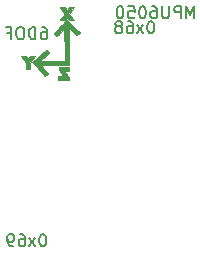
<source format=gbr>
G04 #@! TF.GenerationSoftware,KiCad,Pcbnew,(5.1.5)-3*
G04 #@! TF.CreationDate,2020-12-21T12:35:23+01:00*
G04 #@! TF.ProjectId,epimetheus_mpu6050,6570696d-6574-4686-9575-735f6d707536,rev?*
G04 #@! TF.SameCoordinates,Original*
G04 #@! TF.FileFunction,Legend,Bot*
G04 #@! TF.FilePolarity,Positive*
%FSLAX46Y46*%
G04 Gerber Fmt 4.6, Leading zero omitted, Abs format (unit mm)*
G04 Created by KiCad (PCBNEW (5.1.5)-3) date 2020-12-21 12:35:23*
%MOMM*%
%LPD*%
G04 APERTURE LIST*
%ADD10C,0.150000*%
%ADD11C,0.010000*%
G04 APERTURE END LIST*
D10*
X165091904Y-22820380D02*
X165282380Y-22820380D01*
X165377619Y-22868000D01*
X165425238Y-22915619D01*
X165520476Y-23058476D01*
X165568095Y-23248952D01*
X165568095Y-23629904D01*
X165520476Y-23725142D01*
X165472857Y-23772761D01*
X165377619Y-23820380D01*
X165187142Y-23820380D01*
X165091904Y-23772761D01*
X165044285Y-23725142D01*
X164996666Y-23629904D01*
X164996666Y-23391809D01*
X165044285Y-23296571D01*
X165091904Y-23248952D01*
X165187142Y-23201333D01*
X165377619Y-23201333D01*
X165472857Y-23248952D01*
X165520476Y-23296571D01*
X165568095Y-23391809D01*
X164568095Y-23820380D02*
X164568095Y-22820380D01*
X164330000Y-22820380D01*
X164187142Y-22868000D01*
X164091904Y-22963238D01*
X164044285Y-23058476D01*
X163996666Y-23248952D01*
X163996666Y-23391809D01*
X164044285Y-23582285D01*
X164091904Y-23677523D01*
X164187142Y-23772761D01*
X164330000Y-23820380D01*
X164568095Y-23820380D01*
X163377619Y-22820380D02*
X163187142Y-22820380D01*
X163091904Y-22868000D01*
X162996666Y-22963238D01*
X162949047Y-23153714D01*
X162949047Y-23487047D01*
X162996666Y-23677523D01*
X163091904Y-23772761D01*
X163187142Y-23820380D01*
X163377619Y-23820380D01*
X163472857Y-23772761D01*
X163568095Y-23677523D01*
X163615714Y-23487047D01*
X163615714Y-23153714D01*
X163568095Y-22963238D01*
X163472857Y-22868000D01*
X163377619Y-22820380D01*
X162187142Y-23296571D02*
X162520476Y-23296571D01*
X162520476Y-23820380D02*
X162520476Y-22820380D01*
X162044285Y-22820380D01*
X165234761Y-40346380D02*
X165139523Y-40346380D01*
X165044285Y-40394000D01*
X164996666Y-40441619D01*
X164949047Y-40536857D01*
X164901428Y-40727333D01*
X164901428Y-40965428D01*
X164949047Y-41155904D01*
X164996666Y-41251142D01*
X165044285Y-41298761D01*
X165139523Y-41346380D01*
X165234761Y-41346380D01*
X165330000Y-41298761D01*
X165377619Y-41251142D01*
X165425238Y-41155904D01*
X165472857Y-40965428D01*
X165472857Y-40727333D01*
X165425238Y-40536857D01*
X165377619Y-40441619D01*
X165330000Y-40394000D01*
X165234761Y-40346380D01*
X164568095Y-41346380D02*
X164044285Y-40679714D01*
X164568095Y-40679714D02*
X164044285Y-41346380D01*
X163234761Y-40346380D02*
X163425238Y-40346380D01*
X163520476Y-40394000D01*
X163568095Y-40441619D01*
X163663333Y-40584476D01*
X163710952Y-40774952D01*
X163710952Y-41155904D01*
X163663333Y-41251142D01*
X163615714Y-41298761D01*
X163520476Y-41346380D01*
X163330000Y-41346380D01*
X163234761Y-41298761D01*
X163187142Y-41251142D01*
X163139523Y-41155904D01*
X163139523Y-40917809D01*
X163187142Y-40822571D01*
X163234761Y-40774952D01*
X163330000Y-40727333D01*
X163520476Y-40727333D01*
X163615714Y-40774952D01*
X163663333Y-40822571D01*
X163710952Y-40917809D01*
X162663333Y-41346380D02*
X162472857Y-41346380D01*
X162377619Y-41298761D01*
X162330000Y-41251142D01*
X162234761Y-41108285D01*
X162187142Y-40917809D01*
X162187142Y-40536857D01*
X162234761Y-40441619D01*
X162282380Y-40394000D01*
X162377619Y-40346380D01*
X162568095Y-40346380D01*
X162663333Y-40394000D01*
X162710952Y-40441619D01*
X162758571Y-40536857D01*
X162758571Y-40774952D01*
X162710952Y-40870190D01*
X162663333Y-40917809D01*
X162568095Y-40965428D01*
X162377619Y-40965428D01*
X162282380Y-40917809D01*
X162234761Y-40870190D01*
X162187142Y-40774952D01*
X174378761Y-22312380D02*
X174283523Y-22312380D01*
X174188285Y-22360000D01*
X174140666Y-22407619D01*
X174093047Y-22502857D01*
X174045428Y-22693333D01*
X174045428Y-22931428D01*
X174093047Y-23121904D01*
X174140666Y-23217142D01*
X174188285Y-23264761D01*
X174283523Y-23312380D01*
X174378761Y-23312380D01*
X174474000Y-23264761D01*
X174521619Y-23217142D01*
X174569238Y-23121904D01*
X174616857Y-22931428D01*
X174616857Y-22693333D01*
X174569238Y-22502857D01*
X174521619Y-22407619D01*
X174474000Y-22360000D01*
X174378761Y-22312380D01*
X173712095Y-23312380D02*
X173188285Y-22645714D01*
X173712095Y-22645714D02*
X173188285Y-23312380D01*
X172378761Y-22312380D02*
X172569238Y-22312380D01*
X172664476Y-22360000D01*
X172712095Y-22407619D01*
X172807333Y-22550476D01*
X172854952Y-22740952D01*
X172854952Y-23121904D01*
X172807333Y-23217142D01*
X172759714Y-23264761D01*
X172664476Y-23312380D01*
X172474000Y-23312380D01*
X172378761Y-23264761D01*
X172331142Y-23217142D01*
X172283523Y-23121904D01*
X172283523Y-22883809D01*
X172331142Y-22788571D01*
X172378761Y-22740952D01*
X172474000Y-22693333D01*
X172664476Y-22693333D01*
X172759714Y-22740952D01*
X172807333Y-22788571D01*
X172854952Y-22883809D01*
X171712095Y-22740952D02*
X171807333Y-22693333D01*
X171854952Y-22645714D01*
X171902571Y-22550476D01*
X171902571Y-22502857D01*
X171854952Y-22407619D01*
X171807333Y-22360000D01*
X171712095Y-22312380D01*
X171521619Y-22312380D01*
X171426380Y-22360000D01*
X171378761Y-22407619D01*
X171331142Y-22502857D01*
X171331142Y-22550476D01*
X171378761Y-22645714D01*
X171426380Y-22693333D01*
X171521619Y-22740952D01*
X171712095Y-22740952D01*
X171807333Y-22788571D01*
X171854952Y-22836190D01*
X171902571Y-22931428D01*
X171902571Y-23121904D01*
X171854952Y-23217142D01*
X171807333Y-23264761D01*
X171712095Y-23312380D01*
X171521619Y-23312380D01*
X171426380Y-23264761D01*
X171378761Y-23217142D01*
X171331142Y-23121904D01*
X171331142Y-22931428D01*
X171378761Y-22836190D01*
X171426380Y-22788571D01*
X171521619Y-22740952D01*
X178013904Y-22042380D02*
X178013904Y-21042380D01*
X177680571Y-21756666D01*
X177347238Y-21042380D01*
X177347238Y-22042380D01*
X176871047Y-22042380D02*
X176871047Y-21042380D01*
X176490095Y-21042380D01*
X176394857Y-21090000D01*
X176347238Y-21137619D01*
X176299619Y-21232857D01*
X176299619Y-21375714D01*
X176347238Y-21470952D01*
X176394857Y-21518571D01*
X176490095Y-21566190D01*
X176871047Y-21566190D01*
X175871047Y-21042380D02*
X175871047Y-21851904D01*
X175823428Y-21947142D01*
X175775809Y-21994761D01*
X175680571Y-22042380D01*
X175490095Y-22042380D01*
X175394857Y-21994761D01*
X175347238Y-21947142D01*
X175299619Y-21851904D01*
X175299619Y-21042380D01*
X174394857Y-21042380D02*
X174585333Y-21042380D01*
X174680571Y-21090000D01*
X174728190Y-21137619D01*
X174823428Y-21280476D01*
X174871047Y-21470952D01*
X174871047Y-21851904D01*
X174823428Y-21947142D01*
X174775809Y-21994761D01*
X174680571Y-22042380D01*
X174490095Y-22042380D01*
X174394857Y-21994761D01*
X174347238Y-21947142D01*
X174299619Y-21851904D01*
X174299619Y-21613809D01*
X174347238Y-21518571D01*
X174394857Y-21470952D01*
X174490095Y-21423333D01*
X174680571Y-21423333D01*
X174775809Y-21470952D01*
X174823428Y-21518571D01*
X174871047Y-21613809D01*
X173680571Y-21042380D02*
X173585333Y-21042380D01*
X173490095Y-21090000D01*
X173442476Y-21137619D01*
X173394857Y-21232857D01*
X173347238Y-21423333D01*
X173347238Y-21661428D01*
X173394857Y-21851904D01*
X173442476Y-21947142D01*
X173490095Y-21994761D01*
X173585333Y-22042380D01*
X173680571Y-22042380D01*
X173775809Y-21994761D01*
X173823428Y-21947142D01*
X173871047Y-21851904D01*
X173918666Y-21661428D01*
X173918666Y-21423333D01*
X173871047Y-21232857D01*
X173823428Y-21137619D01*
X173775809Y-21090000D01*
X173680571Y-21042380D01*
X172442476Y-21042380D02*
X172918666Y-21042380D01*
X172966285Y-21518571D01*
X172918666Y-21470952D01*
X172823428Y-21423333D01*
X172585333Y-21423333D01*
X172490095Y-21470952D01*
X172442476Y-21518571D01*
X172394857Y-21613809D01*
X172394857Y-21851904D01*
X172442476Y-21947142D01*
X172490095Y-21994761D01*
X172585333Y-22042380D01*
X172823428Y-22042380D01*
X172918666Y-21994761D01*
X172966285Y-21947142D01*
X171775809Y-21042380D02*
X171680571Y-21042380D01*
X171585333Y-21090000D01*
X171537714Y-21137619D01*
X171490095Y-21232857D01*
X171442476Y-21423333D01*
X171442476Y-21661428D01*
X171490095Y-21851904D01*
X171537714Y-21947142D01*
X171585333Y-21994761D01*
X171680571Y-22042380D01*
X171775809Y-22042380D01*
X171871047Y-21994761D01*
X171918666Y-21947142D01*
X171966285Y-21851904D01*
X172013904Y-21661428D01*
X172013904Y-21423333D01*
X171966285Y-21232857D01*
X171918666Y-21137619D01*
X171871047Y-21090000D01*
X171775809Y-21042380D01*
D11*
G36*
X167331561Y-21238883D02*
G01*
X167295321Y-21291895D01*
X167264673Y-21334055D01*
X167243563Y-21360085D01*
X167236588Y-21365883D01*
X167224462Y-21354219D01*
X167200046Y-21322746D01*
X167167287Y-21276741D01*
X167141616Y-21238883D01*
X167057099Y-21111883D01*
X166847138Y-21111883D01*
X166753538Y-21112917D01*
X166688868Y-21116002D01*
X166653440Y-21121117D01*
X166646598Y-21127125D01*
X166657529Y-21143546D01*
X166682709Y-21180747D01*
X166719500Y-21234854D01*
X166765267Y-21301991D01*
X166817373Y-21378283D01*
X166834244Y-21402958D01*
X166887157Y-21480746D01*
X166933824Y-21550161D01*
X166971768Y-21607451D01*
X166998512Y-21648865D01*
X167011581Y-21670653D01*
X167012470Y-21672887D01*
X167004261Y-21687328D01*
X166981287Y-21722511D01*
X166946028Y-21774775D01*
X166900965Y-21840457D01*
X166848579Y-21915897D01*
X166825706Y-21948589D01*
X166771049Y-22026943D01*
X166722705Y-22097021D01*
X166683153Y-22155164D01*
X166654873Y-22197711D01*
X166640346Y-22221004D01*
X166638941Y-22224133D01*
X166652977Y-22227176D01*
X166691491Y-22229186D01*
X166749092Y-22230031D01*
X166820389Y-22229580D01*
X166844382Y-22229157D01*
X167049823Y-22225000D01*
X167132000Y-22102250D01*
X167167888Y-22050168D01*
X167198237Y-22008942D01*
X167218969Y-21983960D01*
X167225285Y-21978986D01*
X167237682Y-21990433D01*
X167262313Y-22021732D01*
X167295202Y-22067627D01*
X167320910Y-22105471D01*
X167405427Y-22232471D01*
X167613242Y-22232471D01*
X167698448Y-22231899D01*
X167757237Y-22229966D01*
X167793053Y-22226344D01*
X167809343Y-22220708D01*
X167810247Y-22213794D01*
X167798948Y-22196284D01*
X167773522Y-22157977D01*
X167736609Y-22102813D01*
X167690846Y-22034731D01*
X167638871Y-21957672D01*
X167621670Y-21932220D01*
X167443904Y-21669322D01*
X167638389Y-21390602D01*
X167832875Y-21111883D01*
X167416077Y-21111883D01*
X167331561Y-21238883D01*
G37*
X167331561Y-21238883D02*
X167295321Y-21291895D01*
X167264673Y-21334055D01*
X167243563Y-21360085D01*
X167236588Y-21365883D01*
X167224462Y-21354219D01*
X167200046Y-21322746D01*
X167167287Y-21276741D01*
X167141616Y-21238883D01*
X167057099Y-21111883D01*
X166847138Y-21111883D01*
X166753538Y-21112917D01*
X166688868Y-21116002D01*
X166653440Y-21121117D01*
X166646598Y-21127125D01*
X166657529Y-21143546D01*
X166682709Y-21180747D01*
X166719500Y-21234854D01*
X166765267Y-21301991D01*
X166817373Y-21378283D01*
X166834244Y-21402958D01*
X166887157Y-21480746D01*
X166933824Y-21550161D01*
X166971768Y-21607451D01*
X166998512Y-21648865D01*
X167011581Y-21670653D01*
X167012470Y-21672887D01*
X167004261Y-21687328D01*
X166981287Y-21722511D01*
X166946028Y-21774775D01*
X166900965Y-21840457D01*
X166848579Y-21915897D01*
X166825706Y-21948589D01*
X166771049Y-22026943D01*
X166722705Y-22097021D01*
X166683153Y-22155164D01*
X166654873Y-22197711D01*
X166640346Y-22221004D01*
X166638941Y-22224133D01*
X166652977Y-22227176D01*
X166691491Y-22229186D01*
X166749092Y-22230031D01*
X166820389Y-22229580D01*
X166844382Y-22229157D01*
X167049823Y-22225000D01*
X167132000Y-22102250D01*
X167167888Y-22050168D01*
X167198237Y-22008942D01*
X167218969Y-21983960D01*
X167225285Y-21978986D01*
X167237682Y-21990433D01*
X167262313Y-22021732D01*
X167295202Y-22067627D01*
X167320910Y-22105471D01*
X167405427Y-22232471D01*
X167613242Y-22232471D01*
X167698448Y-22231899D01*
X167757237Y-22229966D01*
X167793053Y-22226344D01*
X167809343Y-22220708D01*
X167810247Y-22213794D01*
X167798948Y-22196284D01*
X167773522Y-22157977D01*
X167736609Y-22102813D01*
X167690846Y-22034731D01*
X167638871Y-21957672D01*
X167621670Y-21932220D01*
X167443904Y-21669322D01*
X167638389Y-21390602D01*
X167832875Y-21111883D01*
X167416077Y-21111883D01*
X167331561Y-21238883D01*
G36*
X163478350Y-25221545D02*
G01*
X163417637Y-25223845D01*
X163374778Y-25227283D01*
X163355031Y-25231534D01*
X163354372Y-25232858D01*
X163363270Y-25248425D01*
X163385697Y-25285867D01*
X163419493Y-25341626D01*
X163462495Y-25412145D01*
X163512541Y-25493869D01*
X163557323Y-25566754D01*
X163755294Y-25888500D01*
X163755294Y-26341294D01*
X164098941Y-26341294D01*
X164098941Y-25877733D01*
X164300647Y-25555516D01*
X164355404Y-25467807D01*
X164404512Y-25388691D01*
X164445857Y-25321611D01*
X164477326Y-25270010D01*
X164496804Y-25237332D01*
X164502353Y-25227003D01*
X164488328Y-25224687D01*
X164449917Y-25222766D01*
X164392614Y-25221413D01*
X164321915Y-25220802D01*
X164304382Y-25220784D01*
X164106412Y-25220861D01*
X164019268Y-25362725D01*
X163984038Y-25419476D01*
X163954813Y-25465422D01*
X163934902Y-25495433D01*
X163927727Y-25504589D01*
X163918798Y-25492584D01*
X163897943Y-25460029D01*
X163868420Y-25412112D01*
X163838625Y-25362647D01*
X163753921Y-25220706D01*
X163551657Y-25220706D01*
X163478350Y-25221545D01*
G37*
X163478350Y-25221545D02*
X163417637Y-25223845D01*
X163374778Y-25227283D01*
X163355031Y-25231534D01*
X163354372Y-25232858D01*
X163363270Y-25248425D01*
X163385697Y-25285867D01*
X163419493Y-25341626D01*
X163462495Y-25412145D01*
X163512541Y-25493869D01*
X163557323Y-25566754D01*
X163755294Y-25888500D01*
X163755294Y-26341294D01*
X164098941Y-26341294D01*
X164098941Y-25877733D01*
X164300647Y-25555516D01*
X164355404Y-25467807D01*
X164404512Y-25388691D01*
X164445857Y-25321611D01*
X164477326Y-25270010D01*
X164496804Y-25237332D01*
X164502353Y-25227003D01*
X164488328Y-25224687D01*
X164449917Y-25222766D01*
X164392614Y-25221413D01*
X164321915Y-25220802D01*
X164304382Y-25220784D01*
X164106412Y-25220861D01*
X164019268Y-25362725D01*
X163984038Y-25419476D01*
X163954813Y-25465422D01*
X163934902Y-25495433D01*
X163927727Y-25504589D01*
X163918798Y-25492584D01*
X163897943Y-25460029D01*
X163868420Y-25412112D01*
X163838625Y-25362647D01*
X163753921Y-25220706D01*
X163551657Y-25220706D01*
X163478350Y-25221545D01*
G36*
X167160132Y-22212302D02*
G01*
X167130002Y-22242769D01*
X167084274Y-22290694D01*
X167025158Y-22353714D01*
X166954868Y-22429467D01*
X166875615Y-22515591D01*
X166789610Y-22609723D01*
X166762943Y-22639039D01*
X166669270Y-22742095D01*
X166576622Y-22843974D01*
X166488154Y-22941213D01*
X166407018Y-23030347D01*
X166336369Y-23107911D01*
X166279360Y-23170440D01*
X166239146Y-23214470D01*
X166237776Y-23215967D01*
X166110275Y-23355287D01*
X166236402Y-23472984D01*
X166287552Y-23519615D01*
X166331504Y-23557643D01*
X166363328Y-23582933D01*
X166377651Y-23591399D01*
X166391087Y-23580904D01*
X166421889Y-23550845D01*
X166467489Y-23503919D01*
X166525316Y-23442823D01*
X166592802Y-23370253D01*
X166667378Y-23288908D01*
X166698886Y-23254219D01*
X167005000Y-22916320D01*
X167014242Y-23272896D01*
X167016052Y-23351608D01*
X167018104Y-23456458D01*
X167020343Y-23583701D01*
X167022713Y-23729594D01*
X167025155Y-23890392D01*
X167027614Y-24062352D01*
X167030033Y-24241730D01*
X167032356Y-24424783D01*
X167034525Y-24607766D01*
X167034806Y-24632510D01*
X167046127Y-25635550D01*
X166622152Y-25644450D01*
X166505401Y-25646778D01*
X166365660Y-25649362D01*
X166209817Y-25652086D01*
X166044764Y-25654837D01*
X165877389Y-25657497D01*
X165714582Y-25659952D01*
X165593059Y-25661680D01*
X164987941Y-25670011D01*
X165051778Y-25613447D01*
X165147590Y-25528137D01*
X165243633Y-25441862D01*
X165337322Y-25357012D01*
X165426069Y-25275978D01*
X165507291Y-25201151D01*
X165578400Y-25134923D01*
X165636811Y-25079682D01*
X165679939Y-25037821D01*
X165705197Y-25011730D01*
X165710867Y-25004059D01*
X165701409Y-24987777D01*
X165675401Y-24954808D01*
X165636922Y-24910085D01*
X165594209Y-24863010D01*
X165477129Y-24736903D01*
X165433628Y-24773507D01*
X165414063Y-24790706D01*
X165374746Y-24825899D01*
X165318023Y-24876965D01*
X165246240Y-24941784D01*
X165161744Y-25018235D01*
X165066879Y-25104197D01*
X164963992Y-25197549D01*
X164855430Y-25296171D01*
X164848911Y-25302097D01*
X164307695Y-25794083D01*
X164350923Y-25839836D01*
X164369549Y-25859986D01*
X164406062Y-25899884D01*
X164458284Y-25957134D01*
X164524035Y-26029343D01*
X164601136Y-26114116D01*
X164687409Y-26209057D01*
X164780673Y-26311773D01*
X164875242Y-26416000D01*
X164971713Y-26522211D01*
X165062140Y-26621475D01*
X165144531Y-26711629D01*
X165216897Y-26790508D01*
X165277247Y-26855949D01*
X165323590Y-26905786D01*
X165353937Y-26937856D01*
X165366296Y-26949995D01*
X165366372Y-26950030D01*
X165380799Y-26942094D01*
X165412514Y-26917812D01*
X165456756Y-26881006D01*
X165505995Y-26837971D01*
X165556971Y-26791905D01*
X165598621Y-26753201D01*
X165626502Y-26726061D01*
X165636188Y-26714824D01*
X165626661Y-26702339D01*
X165599398Y-26670567D01*
X165556844Y-26622260D01*
X165501445Y-26560166D01*
X165435647Y-26487038D01*
X165361897Y-26405624D01*
X165330556Y-26371177D01*
X165024314Y-26035000D01*
X165588833Y-26025901D01*
X165745955Y-26023563D01*
X165919841Y-26021309D01*
X166101831Y-26019230D01*
X166283268Y-26017417D01*
X166455491Y-26015959D01*
X166609842Y-26014948D01*
X166662834Y-26014696D01*
X166789117Y-26013905D01*
X166910845Y-26012642D01*
X167023509Y-26010989D01*
X167122600Y-26009031D01*
X167203606Y-26006853D01*
X167262020Y-26004538D01*
X167284807Y-26003079D01*
X167397300Y-25993570D01*
X167404967Y-25775227D01*
X167406175Y-25725379D01*
X167406953Y-25656167D01*
X167407295Y-25566755D01*
X167407193Y-25456307D01*
X167406639Y-25323987D01*
X167405627Y-25168959D01*
X167404149Y-24990387D01*
X167402199Y-24787435D01*
X167399768Y-24559267D01*
X167396849Y-24305047D01*
X167393435Y-24023939D01*
X167389520Y-23715107D01*
X167385095Y-23377715D01*
X167382311Y-23170015D01*
X167381581Y-23082236D01*
X167381815Y-23005716D01*
X167382926Y-22945072D01*
X167384829Y-22904922D01*
X167387437Y-22889882D01*
X167387530Y-22889867D01*
X167400384Y-22899555D01*
X167432562Y-22927003D01*
X167481343Y-22969795D01*
X167544006Y-23025521D01*
X167617829Y-23091765D01*
X167700090Y-23166114D01*
X167743661Y-23205690D01*
X167840378Y-23293569D01*
X167917490Y-23363166D01*
X167977446Y-23416363D01*
X168022691Y-23455046D01*
X168055673Y-23481097D01*
X168078838Y-23496401D01*
X168094633Y-23502842D01*
X168105506Y-23502304D01*
X168113903Y-23496671D01*
X168117216Y-23493307D01*
X168186962Y-23418079D01*
X168245174Y-23353636D01*
X168289519Y-23302655D01*
X168317668Y-23267816D01*
X168327294Y-23251916D01*
X168316588Y-23239774D01*
X168286153Y-23209980D01*
X168238509Y-23164827D01*
X168176179Y-23106610D01*
X168101684Y-23037620D01*
X168017546Y-22960152D01*
X167926287Y-22876500D01*
X167830429Y-22788955D01*
X167732493Y-22699813D01*
X167635001Y-22611365D01*
X167540475Y-22525907D01*
X167451436Y-22445730D01*
X167370407Y-22373128D01*
X167299909Y-22310396D01*
X167242464Y-22259825D01*
X167200594Y-22223710D01*
X167176820Y-22204344D01*
X167172452Y-22201655D01*
X167160132Y-22212302D01*
G37*
X167160132Y-22212302D02*
X167130002Y-22242769D01*
X167084274Y-22290694D01*
X167025158Y-22353714D01*
X166954868Y-22429467D01*
X166875615Y-22515591D01*
X166789610Y-22609723D01*
X166762943Y-22639039D01*
X166669270Y-22742095D01*
X166576622Y-22843974D01*
X166488154Y-22941213D01*
X166407018Y-23030347D01*
X166336369Y-23107911D01*
X166279360Y-23170440D01*
X166239146Y-23214470D01*
X166237776Y-23215967D01*
X166110275Y-23355287D01*
X166236402Y-23472984D01*
X166287552Y-23519615D01*
X166331504Y-23557643D01*
X166363328Y-23582933D01*
X166377651Y-23591399D01*
X166391087Y-23580904D01*
X166421889Y-23550845D01*
X166467489Y-23503919D01*
X166525316Y-23442823D01*
X166592802Y-23370253D01*
X166667378Y-23288908D01*
X166698886Y-23254219D01*
X167005000Y-22916320D01*
X167014242Y-23272896D01*
X167016052Y-23351608D01*
X167018104Y-23456458D01*
X167020343Y-23583701D01*
X167022713Y-23729594D01*
X167025155Y-23890392D01*
X167027614Y-24062352D01*
X167030033Y-24241730D01*
X167032356Y-24424783D01*
X167034525Y-24607766D01*
X167034806Y-24632510D01*
X167046127Y-25635550D01*
X166622152Y-25644450D01*
X166505401Y-25646778D01*
X166365660Y-25649362D01*
X166209817Y-25652086D01*
X166044764Y-25654837D01*
X165877389Y-25657497D01*
X165714582Y-25659952D01*
X165593059Y-25661680D01*
X164987941Y-25670011D01*
X165051778Y-25613447D01*
X165147590Y-25528137D01*
X165243633Y-25441862D01*
X165337322Y-25357012D01*
X165426069Y-25275978D01*
X165507291Y-25201151D01*
X165578400Y-25134923D01*
X165636811Y-25079682D01*
X165679939Y-25037821D01*
X165705197Y-25011730D01*
X165710867Y-25004059D01*
X165701409Y-24987777D01*
X165675401Y-24954808D01*
X165636922Y-24910085D01*
X165594209Y-24863010D01*
X165477129Y-24736903D01*
X165433628Y-24773507D01*
X165414063Y-24790706D01*
X165374746Y-24825899D01*
X165318023Y-24876965D01*
X165246240Y-24941784D01*
X165161744Y-25018235D01*
X165066879Y-25104197D01*
X164963992Y-25197549D01*
X164855430Y-25296171D01*
X164848911Y-25302097D01*
X164307695Y-25794083D01*
X164350923Y-25839836D01*
X164369549Y-25859986D01*
X164406062Y-25899884D01*
X164458284Y-25957134D01*
X164524035Y-26029343D01*
X164601136Y-26114116D01*
X164687409Y-26209057D01*
X164780673Y-26311773D01*
X164875242Y-26416000D01*
X164971713Y-26522211D01*
X165062140Y-26621475D01*
X165144531Y-26711629D01*
X165216897Y-26790508D01*
X165277247Y-26855949D01*
X165323590Y-26905786D01*
X165353937Y-26937856D01*
X165366296Y-26949995D01*
X165366372Y-26950030D01*
X165380799Y-26942094D01*
X165412514Y-26917812D01*
X165456756Y-26881006D01*
X165505995Y-26837971D01*
X165556971Y-26791905D01*
X165598621Y-26753201D01*
X165626502Y-26726061D01*
X165636188Y-26714824D01*
X165626661Y-26702339D01*
X165599398Y-26670567D01*
X165556844Y-26622260D01*
X165501445Y-26560166D01*
X165435647Y-26487038D01*
X165361897Y-26405624D01*
X165330556Y-26371177D01*
X165024314Y-26035000D01*
X165588833Y-26025901D01*
X165745955Y-26023563D01*
X165919841Y-26021309D01*
X166101831Y-26019230D01*
X166283268Y-26017417D01*
X166455491Y-26015959D01*
X166609842Y-26014948D01*
X166662834Y-26014696D01*
X166789117Y-26013905D01*
X166910845Y-26012642D01*
X167023509Y-26010989D01*
X167122600Y-26009031D01*
X167203606Y-26006853D01*
X167262020Y-26004538D01*
X167284807Y-26003079D01*
X167397300Y-25993570D01*
X167404967Y-25775227D01*
X167406175Y-25725379D01*
X167406953Y-25656167D01*
X167407295Y-25566755D01*
X167407193Y-25456307D01*
X167406639Y-25323987D01*
X167405627Y-25168959D01*
X167404149Y-24990387D01*
X167402199Y-24787435D01*
X167399768Y-24559267D01*
X167396849Y-24305047D01*
X167393435Y-24023939D01*
X167389520Y-23715107D01*
X167385095Y-23377715D01*
X167382311Y-23170015D01*
X167381581Y-23082236D01*
X167381815Y-23005716D01*
X167382926Y-22945072D01*
X167384829Y-22904922D01*
X167387437Y-22889882D01*
X167387530Y-22889867D01*
X167400384Y-22899555D01*
X167432562Y-22927003D01*
X167481343Y-22969795D01*
X167544006Y-23025521D01*
X167617829Y-23091765D01*
X167700090Y-23166114D01*
X167743661Y-23205690D01*
X167840378Y-23293569D01*
X167917490Y-23363166D01*
X167977446Y-23416363D01*
X168022691Y-23455046D01*
X168055673Y-23481097D01*
X168078838Y-23496401D01*
X168094633Y-23502842D01*
X168105506Y-23502304D01*
X168113903Y-23496671D01*
X168117216Y-23493307D01*
X168186962Y-23418079D01*
X168245174Y-23353636D01*
X168289519Y-23302655D01*
X168317668Y-23267816D01*
X168327294Y-23251916D01*
X168316588Y-23239774D01*
X168286153Y-23209980D01*
X168238509Y-23164827D01*
X168176179Y-23106610D01*
X168101684Y-23037620D01*
X168017546Y-22960152D01*
X167926287Y-22876500D01*
X167830429Y-22788955D01*
X167732493Y-22699813D01*
X167635001Y-22611365D01*
X167540475Y-22525907D01*
X167451436Y-22445730D01*
X167370407Y-22373128D01*
X167299909Y-22310396D01*
X167242464Y-22259825D01*
X167200594Y-22223710D01*
X167176820Y-22204344D01*
X167172452Y-22201655D01*
X167160132Y-22212302D01*
G36*
X166519412Y-26477458D02*
G01*
X166721533Y-26726876D01*
X166923655Y-26976294D01*
X166714063Y-26980440D01*
X166504470Y-26984585D01*
X166504470Y-27327412D01*
X167430823Y-27327412D01*
X167430823Y-27061584D01*
X167023379Y-26557942D01*
X167219631Y-26553773D01*
X167415882Y-26549604D01*
X167415882Y-26206824D01*
X166519412Y-26206824D01*
X166519412Y-26477458D01*
G37*
X166519412Y-26477458D02*
X166721533Y-26726876D01*
X166923655Y-26976294D01*
X166714063Y-26980440D01*
X166504470Y-26984585D01*
X166504470Y-27327412D01*
X167430823Y-27327412D01*
X167430823Y-27061584D01*
X167023379Y-26557942D01*
X167219631Y-26553773D01*
X167415882Y-26549604D01*
X167415882Y-26206824D01*
X166519412Y-26206824D01*
X166519412Y-26477458D01*
M02*

</source>
